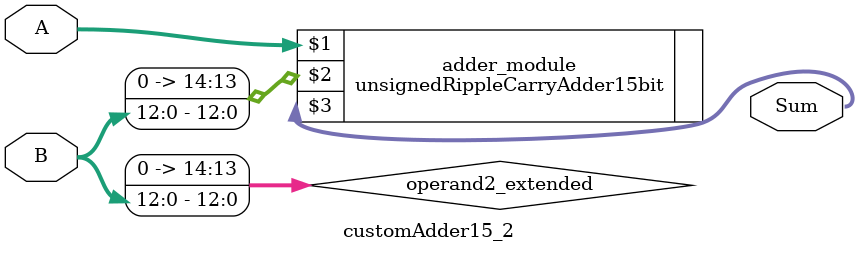
<source format=v>

module customAdder15_2(
                    input [14 : 0] A,
                    input [12 : 0] B,
                    
                    output [15 : 0] Sum
            );

    wire [14 : 0] operand2_extended;
    
    assign operand2_extended =  {2'b0, B};
    
    unsignedRippleCarryAdder15bit adder_module(
        A,
        operand2_extended,
        Sum
    );
    
endmodule
        
</source>
